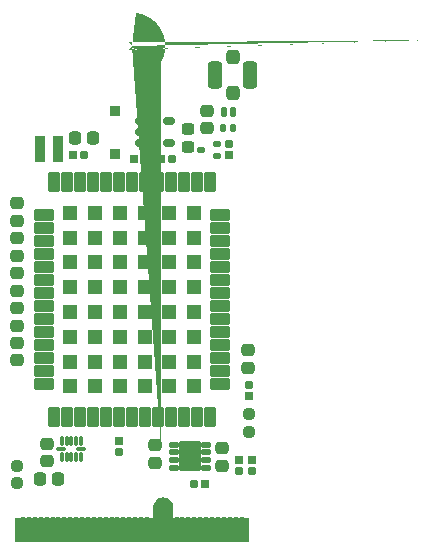
<source format=gbr>
%TF.GenerationSoftware,KiCad,Pcbnew,8.0.8+1*%
%TF.CreationDate,2025-01-22T08:14:43-05:00*%
%TF.ProjectId,gnssBoard,676e7373-426f-4617-9264-2e6b69636164,rev?*%
%TF.SameCoordinates,Original*%
%TF.FileFunction,Soldermask,Top*%
%TF.FilePolarity,Negative*%
%FSLAX46Y46*%
G04 Gerber Fmt 4.6, Leading zero omitted, Abs format (unit mm)*
G04 Created by KiCad (PCBNEW 8.0.8+1) date 2025-01-22 08:14:43*
%MOMM*%
%LPD*%
G01*
G04 APERTURE LIST*
G04 Aperture macros list*
%AMRoundRect*
0 Rectangle with rounded corners*
0 $1 Rounding radius*
0 $2 $3 $4 $5 $6 $7 $8 $9 X,Y pos of 4 corners*
0 Add a 4 corners polygon primitive as box body*
4,1,4,$2,$3,$4,$5,$6,$7,$8,$9,$2,$3,0*
0 Add four circle primitives for the rounded corners*
1,1,$1+$1,$2,$3*
1,1,$1+$1,$4,$5*
1,1,$1+$1,$6,$7*
1,1,$1+$1,$8,$9*
0 Add four rect primitives between the rounded corners*
20,1,$1+$1,$2,$3,$4,$5,0*
20,1,$1+$1,$4,$5,$6,$7,0*
20,1,$1+$1,$6,$7,$8,$9,0*
20,1,$1+$1,$8,$9,$2,$3,0*%
%AMFreePoly0*
4,1,207,0.335703,2.799821,0.344094,2.798802,0.670736,2.738943,0.678943,2.736920,0.995988,2.638125,1.003892,2.635128,1.306718,2.498837,1.314203,2.494909,1.598392,2.323111,1.605348,2.318309,1.866757,2.113508,1.873084,2.107902,2.107902,1.873084,2.113508,1.866757,2.318309,1.605348,2.323111,1.598392,2.494909,1.314203,2.498837,1.306718,2.635128,1.003892,2.638125,0.995988,
2.736920,0.678943,2.738943,0.670736,2.798802,0.344094,2.799821,0.335703,2.819872,0.004227,2.819992,-0.001057,2.817483,-0.167250,2.816981,-0.174631,2.802200,-0.296355,2.799821,-0.335702,2.798802,-0.344095,2.791695,-0.382867,2.776917,-0.504591,2.775393,-0.512907,2.746051,-0.631948,2.738944,-0.670735,2.736920,-0.678944,2.725190,-0.716583,2.695848,-0.835633,2.693333,-0.843704,
2.649859,-0.958333,2.638126,-0.995988,2.635128,-1.003893,2.618937,-1.039865,2.575467,-1.154489,2.571998,-1.162198,2.515021,-1.270754,2.498838,-1.306716,2.494908,-1.314204,2.474501,-1.347957,2.417531,-1.456509,2.413158,-1.463744,2.343505,-1.564652,2.323111,-1.598390,2.318308,-1.605350,2.293980,-1.636400,2.224342,-1.737291,2.219129,-1.743946,2.137820,-1.835724,2.113508,-1.866757,
2.107902,-1.873085,2.080017,-1.900968,1.998717,-1.992739,1.992739,-1.998717,1.900968,-2.080017,1.873085,-2.107902,1.866757,-2.113508,1.835724,-2.137820,1.743946,-2.219129,1.737291,-2.224342,1.636400,-2.293980,1.605350,-2.318308,1.598390,-2.323111,1.564652,-2.343505,1.463744,-2.413158,1.456509,-2.417531,1.347957,-2.474501,1.314204,-2.494908,1.306716,-2.498838,1.270754,-2.515021,
1.162198,-2.571998,1.154489,-2.575467,1.039865,-2.618937,1.003893,-2.635128,0.995988,-2.638126,0.958333,-2.649859,0.843704,-2.693333,0.835633,-2.695848,0.716583,-2.725190,0.678944,-2.736920,0.670735,-2.738944,0.631948,-2.746051,0.512907,-2.775393,0.504591,-2.776917,0.382867,-2.791695,0.344095,-2.798802,0.335702,-2.799821,0.296355,-2.802200,0.174631,-2.816981,0.166193,-2.817491,
0.043589,-2.817491,0.004227,-2.819872,-0.004227,-2.819872,-0.043589,-2.817491,-0.166193,-2.817491,-0.174631,-2.816981,-0.296355,-2.802200,-0.335702,-2.799821,-0.344095,-2.798802,-0.382867,-2.791695,-0.504591,-2.776917,-0.512907,-2.775393,-0.631948,-2.746051,-0.670735,-2.738944,-0.678944,-2.736920,-0.716583,-2.725190,-0.835633,-2.695848,-0.843704,-2.693333,-0.958333,-2.649859,-0.995988,-2.638126,
-1.003893,-2.635128,-1.039865,-2.618937,-1.154489,-2.575467,-1.162198,-2.571998,-1.270754,-2.515021,-1.306716,-2.498838,-1.314204,-2.494908,-1.347957,-2.474501,-1.456509,-2.417531,-1.463744,-2.413158,-1.564652,-2.343505,-1.598390,-2.323111,-1.605350,-2.318308,-1.636400,-2.293980,-1.737291,-2.224342,-1.743946,-2.219129,-1.835724,-2.137820,-1.866757,-2.113508,-1.873085,-2.107902,-1.900968,-2.080017,
-1.992739,-1.998717,-1.998717,-1.992739,-2.080017,-1.900968,-2.107902,-1.873085,-2.113508,-1.866757,-2.137820,-1.835724,-2.219129,-1.743946,-2.224342,-1.737291,-2.293980,-1.636400,-2.318308,-1.605350,-2.323111,-1.598390,-2.343505,-1.564652,-2.413158,-1.463744,-2.417531,-1.456509,-2.474501,-1.347957,-2.494908,-1.314204,-2.498838,-1.306716,-2.515021,-1.270754,-2.571998,-1.162198,-2.575467,-1.154489,
-2.618937,-1.039865,-2.635128,-1.003893,-2.638126,-0.995988,-2.649859,-0.958333,-2.693333,-0.843704,-2.695848,-0.835633,-2.725190,-0.716583,-2.736920,-0.678944,-2.738944,-0.670735,-2.746051,-0.631948,-2.775393,-0.512907,-2.776917,-0.504591,-2.791695,-0.382867,-2.798802,-0.344095,-2.799821,-0.335702,-2.802200,-0.296355,-2.816981,-0.174631,-2.817483,-0.167250,-2.819992,-0.001057,-2.819872,0.004227,
-2.799821,0.335703,-2.798802,0.344094,-2.738943,0.670736,-2.736920,0.678943,-2.638125,0.995988,-2.635128,1.003892,-2.498837,1.306718,-2.494909,1.314203,-2.323111,1.598392,-2.318309,1.605348,-2.113508,1.866757,-2.107902,1.873084,-1.873084,2.107902,-1.866757,2.113508,-1.605348,2.318309,-1.598392,2.323111,-1.314203,2.494909,-1.306718,2.498837,-1.003892,2.635128,-0.995988,2.638125,
-0.678943,2.736920,-0.670736,2.738943,-0.344094,2.798802,-0.335703,2.799821,-0.004227,2.819872,0.004227,2.819872,0.335703,2.799821,0.335703,2.799821,$1*%
G04 Aperture macros list end*
%ADD10C,0.000000*%
%ADD11RoundRect,0.252750X-0.252750X-0.302250X0.252750X-0.302250X0.252750X0.302250X-0.252750X0.302250X0*%
%ADD12RoundRect,0.172500X0.172500X0.187500X-0.172500X0.187500X-0.172500X-0.187500X0.172500X-0.187500X0*%
%ADD13RoundRect,0.180000X0.190000X0.180000X-0.190000X0.180000X-0.190000X-0.180000X0.190000X-0.180000X0*%
%ADD14RoundRect,0.172500X0.297500X0.172500X-0.297500X0.172500X-0.297500X-0.172500X0.297500X-0.172500X0*%
%ADD15RoundRect,0.235000X-0.235000X0.235000X-0.235000X-0.235000X0.235000X-0.235000X0.235000X0.235000X0*%
%ADD16RoundRect,0.172500X0.187500X-0.172500X0.187500X0.172500X-0.187500X0.172500X-0.187500X-0.172500X0*%
%ADD17RoundRect,0.180000X0.180000X-0.190000X0.180000X0.190000X-0.180000X0.190000X-0.180000X-0.190000X0*%
%ADD18RoundRect,0.252750X-0.302250X0.252750X-0.302250X-0.252750X0.302250X-0.252750X0.302250X0.252750X0*%
%ADD19RoundRect,0.085000X0.085000X-0.335000X0.085000X0.335000X-0.085000X0.335000X-0.085000X-0.335000X0*%
%ADD20RoundRect,0.085000X0.335000X0.085000X-0.335000X0.085000X-0.335000X-0.085000X0.335000X-0.085000X0*%
%ADD21RoundRect,0.085000X-0.085000X0.335000X-0.085000X-0.335000X0.085000X-0.335000X0.085000X0.335000X0*%
%ADD22RoundRect,0.085000X-0.335000X-0.085000X0.335000X-0.085000X0.335000X0.085000X-0.335000X0.085000X0*%
%ADD23RoundRect,0.252750X0.302250X-0.252750X0.302250X0.252750X-0.302250X0.252750X-0.302250X-0.252750X0*%
%ADD24RoundRect,0.070000X-0.175000X-0.750000X0.175000X-0.750000X0.175000X0.750000X-0.175000X0.750000X0*%
%ADD25RoundRect,0.070000X0.749300X0.406400X-0.749300X0.406400X-0.749300X-0.406400X0.749300X-0.406400X0*%
%ADD26RoundRect,0.070000X-0.406400X0.749300X-0.406400X-0.749300X0.406400X-0.749300X0.406400X0.749300X0*%
%ADD27RoundRect,0.070000X0.546100X0.546100X-0.546100X0.546100X-0.546100X-0.546100X0.546100X-0.546100X0*%
%ADD28RoundRect,0.172500X-0.187500X0.172500X-0.187500X-0.172500X0.187500X-0.172500X0.187500X0.172500X0*%
%ADD29RoundRect,0.180000X-0.180000X0.190000X-0.180000X-0.190000X0.180000X-0.190000X0.180000X0.190000X0*%
%ADD30RoundRect,0.122500X-0.272500X-0.122500X0.272500X-0.122500X0.272500X0.122500X-0.272500X0.122500X0*%
%ADD31RoundRect,0.054242X-0.840758X-1.190758X0.840758X-1.190758X0.840758X1.190758X-0.840758X1.190758X0*%
%ADD32RoundRect,0.225000X0.240000X-0.225000X0.240000X0.225000X-0.240000X0.225000X-0.240000X-0.225000X0*%
%ADD33RoundRect,0.172500X-0.172500X-0.187500X0.172500X-0.187500X0.172500X0.187500X-0.172500X0.187500X0*%
%ADD34RoundRect,0.180000X-0.190000X-0.180000X0.190000X-0.180000X0.190000X0.180000X-0.190000X0.180000X0*%
%ADD35RoundRect,0.240000X-0.294500X0.240000X-0.294500X-0.240000X0.294500X-0.240000X0.294500X0.240000X0*%
%ADD36RoundRect,0.135000X-0.135000X-0.285000X0.135000X-0.285000X0.135000X0.285000X-0.135000X0.285000X0*%
%ADD37RoundRect,0.135000X0.135000X0.185000X-0.135000X0.185000X-0.135000X-0.185000X0.135000X-0.185000X0*%
%ADD38RoundRect,0.135000X0.190000X-0.135000X0.190000X0.135000X-0.190000X0.135000X-0.190000X-0.135000X0*%
%ADD39RoundRect,0.285000X0.285000X0.310000X-0.285000X0.310000X-0.285000X-0.310000X0.285000X-0.310000X0*%
%ADD40RoundRect,0.297500X0.297500X0.872500X-0.297500X0.872500X-0.297500X-0.872500X0.297500X-0.872500X0*%
%ADD41FreePoly0,0.000000*%
%ADD42RoundRect,0.252750X0.252750X0.302250X-0.252750X0.302250X-0.252750X-0.302250X0.252750X-0.302250X0*%
%ADD43RoundRect,0.222500X-0.222500X0.910000X-0.222500X-0.910000X0.222500X-0.910000X0.222500X0.910000X0*%
G04 APERTURE END LIST*
%TO.C,J2*%
G36*
X130075000Y-118000000D02*
G01*
X149925000Y-118000000D01*
X149925000Y-120000000D01*
X130075000Y-120000000D01*
X130075000Y-118000000D01*
G37*
D10*
G36*
X142802240Y-116266150D02*
G01*
X142971734Y-116321222D01*
X143126074Y-116410330D01*
X143258515Y-116529581D01*
X143363268Y-116673761D01*
X143435755Y-116836570D01*
X143472809Y-117010892D01*
X143475000Y-117100000D01*
X143475000Y-118000000D01*
X141775000Y-118000000D01*
X141775000Y-117100000D01*
X141777191Y-117010892D01*
X141814245Y-116836570D01*
X141886732Y-116673761D01*
X141991485Y-116529581D01*
X142123926Y-116410330D01*
X142278266Y-116321222D01*
X142447760Y-116266150D01*
X142625000Y-116247521D01*
X142802240Y-116266150D01*
G37*
%TD*%
D11*
%TO.C,C9*%
X135150000Y-85850000D03*
X136650000Y-85850000D03*
%TD*%
D12*
%TO.C,R12*%
X141140000Y-87600000D03*
D13*
X140185000Y-87600000D03*
%TD*%
D14*
%TO.C,U4*%
X140700000Y-84350000D03*
X140700000Y-85300000D03*
X140700000Y-86250000D03*
X143100000Y-86250000D03*
X143100000Y-84350000D03*
%TD*%
D15*
%TO.C,D1*%
X130250000Y-115050000D03*
X130250000Y-113550000D03*
%TD*%
D16*
%TO.C,R9*%
X149000000Y-113990000D03*
D17*
X149000000Y-113035000D03*
%TD*%
D18*
%TO.C,C1*%
X147625000Y-112050000D03*
X147625000Y-113550000D03*
%TD*%
D19*
%TO.C,U2*%
X134050000Y-112850000D03*
X134450000Y-112850000D03*
X134850000Y-112850000D03*
X135250000Y-112850000D03*
X135650000Y-112850000D03*
D20*
X135700000Y-112150000D03*
D21*
X135650000Y-111450000D03*
X135250000Y-111450000D03*
X134850000Y-111450000D03*
X134450000Y-111450000D03*
X134050000Y-111450000D03*
D22*
X134000000Y-112150000D03*
%TD*%
D12*
%TO.C,R4*%
X135940000Y-87250000D03*
D13*
X134985000Y-87250000D03*
%TD*%
D16*
%TO.C,R11*%
X138900000Y-112390000D03*
D17*
X138900000Y-111435000D03*
%TD*%
D23*
%TO.C,C6*%
X130250000Y-98750000D03*
X130250000Y-97250000D03*
%TD*%
%TO.C,C4*%
X130250000Y-92850000D03*
X130250000Y-91350000D03*
%TD*%
D24*
%TO.C,J2*%
X149250000Y-118750000D03*
X148750000Y-118750000D03*
X148250000Y-118750000D03*
X147750000Y-118750000D03*
X147250000Y-118750000D03*
X146750000Y-118750000D03*
X146250000Y-118750000D03*
X145750000Y-118750000D03*
X145250000Y-118750000D03*
X144750000Y-118750000D03*
X144250000Y-118750000D03*
X143750000Y-118750000D03*
X141250000Y-118750000D03*
X140750000Y-118750000D03*
X140250000Y-118750000D03*
X139750000Y-118750000D03*
X139250000Y-118750000D03*
X138750000Y-118750000D03*
X138250000Y-118750000D03*
X137750000Y-118750000D03*
X137250000Y-118750000D03*
X136750000Y-118750000D03*
X136250000Y-118750000D03*
X135750000Y-118750000D03*
X135250000Y-118750000D03*
X134750000Y-118750000D03*
X134250000Y-118750000D03*
X133750000Y-118750000D03*
X133250000Y-118750000D03*
X132750000Y-118750000D03*
X132250000Y-118750000D03*
X131750000Y-118750000D03*
X131250000Y-118750000D03*
X130750000Y-118750000D03*
%TD*%
D15*
%TO.C,D4*%
X149850000Y-110700000D03*
X149850000Y-109200000D03*
%TD*%
D25*
%TO.C,U3*%
X147450000Y-106650000D03*
X147450000Y-105550001D03*
X147450000Y-104450000D03*
X147450000Y-103350000D03*
X147450000Y-102250000D03*
X147450000Y-101149999D03*
X147450000Y-100049999D03*
X147450000Y-98950001D03*
X147450000Y-97850001D03*
X147450000Y-96750000D03*
X147450000Y-95650000D03*
X147450000Y-94550000D03*
X147450000Y-93449999D03*
X147450000Y-92349999D03*
D26*
X146599999Y-89550000D03*
X145499999Y-89550000D03*
X144399999Y-89550000D03*
X143300001Y-89550000D03*
X142200001Y-89550000D03*
X141100000Y-89550000D03*
X140000000Y-89550000D03*
X138900000Y-89550000D03*
X137799999Y-89550000D03*
X136699999Y-89550000D03*
X135599999Y-89550000D03*
X134499998Y-89550000D03*
X133399998Y-89550000D03*
D25*
X132550000Y-92349999D03*
X132550000Y-93449999D03*
X132550000Y-94550000D03*
X132550000Y-95650000D03*
X132550000Y-96750000D03*
X132550000Y-97850001D03*
X132550000Y-98950001D03*
X132550000Y-100049999D03*
X132550000Y-101149999D03*
X132550000Y-102250000D03*
X132550000Y-103350000D03*
X132550000Y-104450000D03*
X132550000Y-105550001D03*
X132550000Y-106650001D03*
D26*
X133400001Y-109450000D03*
X134500001Y-109450000D03*
X135600001Y-109450000D03*
X136699999Y-109450000D03*
X137799999Y-109450000D03*
X138900000Y-109450000D03*
X140000000Y-109450000D03*
X141100000Y-109450000D03*
X142200001Y-109450000D03*
X143300001Y-109450000D03*
X144400001Y-109450000D03*
X145500002Y-109450000D03*
X146600002Y-109450000D03*
D27*
X145250000Y-106850000D03*
X143149999Y-106850000D03*
X141050000Y-106850000D03*
X138950000Y-106850000D03*
X136850001Y-106850000D03*
X134750000Y-106850000D03*
X145250000Y-104750000D03*
X143149999Y-104750000D03*
X141050000Y-104750000D03*
X138950000Y-104750000D03*
X136850001Y-104750000D03*
X134750000Y-104750000D03*
X145250000Y-102650000D03*
X143149999Y-102650000D03*
X141050000Y-102650000D03*
X138950000Y-102650000D03*
X136850001Y-102650000D03*
X134750000Y-102650000D03*
X145250000Y-100550000D03*
X143149999Y-100550000D03*
X141050000Y-100550000D03*
X138950000Y-100550000D03*
X136850001Y-100550000D03*
X134750000Y-100550000D03*
X145250000Y-98450000D03*
X143149999Y-98450000D03*
X141050000Y-98450000D03*
X138950000Y-98450000D03*
X136850001Y-98450000D03*
X134750000Y-98450000D03*
X145250000Y-96350000D03*
X143149999Y-96350000D03*
X141050000Y-96350000D03*
X138950000Y-96350000D03*
X136850001Y-96350000D03*
X134750000Y-96350000D03*
X145250000Y-94250000D03*
X143149999Y-94250000D03*
X141050000Y-94250000D03*
X138950000Y-94250000D03*
X136850001Y-94250000D03*
X134750000Y-94250000D03*
X145250000Y-92150000D03*
X143149999Y-92150000D03*
X141050000Y-92150000D03*
X138950000Y-92150000D03*
X136850001Y-92150000D03*
X134750000Y-92150000D03*
%TD*%
D28*
%TO.C,R8*%
X148200000Y-86310000D03*
D29*
X148200000Y-87265000D03*
%TD*%
D18*
%TO.C,C8*%
X130250000Y-103150000D03*
X130250000Y-104650000D03*
%TD*%
D23*
%TO.C,C7*%
X130250000Y-101700000D03*
X130250000Y-100200000D03*
%TD*%
D30*
%TO.C,U1*%
X143575000Y-111775000D03*
X143575000Y-112425000D03*
X143575000Y-113075000D03*
X143575000Y-113725000D03*
X146225000Y-113725000D03*
X146225000Y-113075000D03*
X146225000Y-112425000D03*
X146225000Y-111775000D03*
D31*
X144900000Y-112750000D03*
%TD*%
D32*
%TO.C,D2*%
X138550000Y-83570000D03*
X138550000Y-87180000D03*
%TD*%
D23*
%TO.C,C5*%
X130250000Y-95800000D03*
X130250000Y-94300000D03*
%TD*%
D28*
%TO.C,R6*%
X149850000Y-106710000D03*
D29*
X149850000Y-107665000D03*
%TD*%
D33*
%TO.C,R1*%
X145245000Y-115100000D03*
D34*
X146200000Y-115100000D03*
%TD*%
D35*
%TO.C,R5*%
X144700000Y-85045000D03*
X144700000Y-86555000D03*
%TD*%
D18*
%TO.C,C3*%
X149800000Y-103750000D03*
X149800000Y-105250000D03*
%TD*%
D36*
%TO.C,D3*%
X147800000Y-83575000D03*
X148500000Y-83575000D03*
%TD*%
D37*
%TO.C,L1*%
X148500000Y-85000000D03*
X147700000Y-85000000D03*
%TD*%
D38*
%TO.C,Q1*%
X147150000Y-87300000D03*
X147150000Y-86300000D03*
X145850000Y-86800000D03*
%TD*%
D12*
%TO.C,R10*%
X143390000Y-87600000D03*
D13*
X142435000Y-87600000D03*
%TD*%
D39*
%TO.C,AE1*%
X148500000Y-82025000D03*
D40*
X149975000Y-80500000D03*
D39*
X148500000Y-78975000D03*
D40*
X147025000Y-80500000D03*
%TD*%
D41*
%TO.C,J1*%
X140000000Y-78000000D03*
%TD*%
D18*
%TO.C,C2*%
X141950000Y-111800000D03*
X141950000Y-113300000D03*
%TD*%
%TO.C,C12*%
X132750000Y-111700000D03*
X132750000Y-113200000D03*
%TD*%
D42*
%TO.C,C11*%
X133700000Y-114700000D03*
X132200000Y-114700000D03*
%TD*%
D16*
%TO.C,R7*%
X150150000Y-113990000D03*
D17*
X150150000Y-113035000D03*
%TD*%
D23*
%TO.C,C10*%
X146300000Y-85000000D03*
X146300000Y-83500000D03*
%TD*%
D43*
%TO.C,BT1*%
X133700000Y-86748750D03*
X132200000Y-86748750D03*
%TD*%
M02*

</source>
